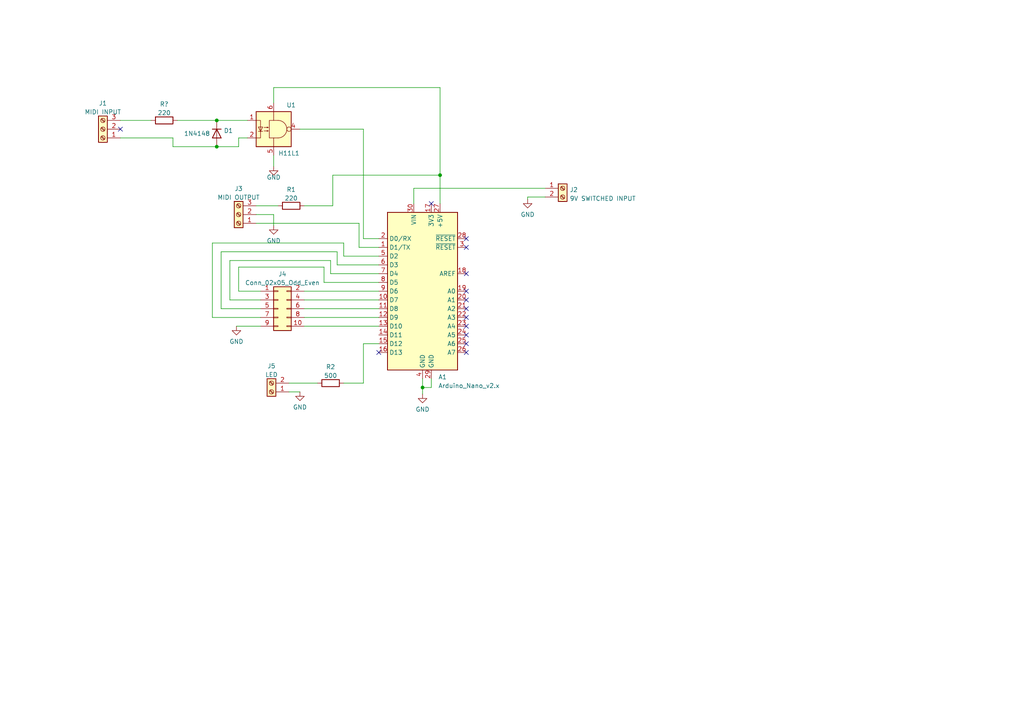
<source format=kicad_sch>
(kicad_sch (version 20211123) (generator eeschema)
  (paper "A4")
  (lib_symbols
    (symbol "Connector:Screw_Terminal_01x02" (pin_names (offset 1.016) hide)
      (property "Reference" "J" (at 0 2.54 0))
      (property "Value" "Screw_Terminal_01x02" (at 0 -5.08 0))
      (symbol "Screw_Terminal_01x02_1_1"
        (rectangle (start -1.27 1.27) (end 1.27 -3.81) (stroke (width 0.254)) (fill (type background)))
        (circle (center 0 -2.54) (radius 0.635) (stroke (width 0.1524)))
        (polyline (pts (xy -0.5334 -2.2098) (xy 0.3302 -3.048)) (stroke (width 0.1524)))
        (polyline (pts (xy -0.5334 0.3302) (xy 0.3302 -0.508)) (stroke (width 0.1524)))
        (polyline (pts (xy -0.3556 -2.032) (xy 0.508 -2.8702)) (stroke (width 0.1524)))
        (polyline (pts (xy -0.3556 0.508) (xy 0.508 -0.3302)) (stroke (width 0.1524)))
        (circle (center 0 0) (radius 0.635) (stroke (width 0.1524)))
        (pin passive line (at -5.08 0 0) (length 3.81) (name "Pin_1") (number "1"))
        (pin passive line (at -5.08 -2.54 0) (length 3.81) (name "Pin_2") (number "2"))
      )
    )
    (symbol "Connector:Screw_Terminal_01x03" (pin_names (offset 1.016) hide)
      (property "Reference" "J" (at 0 5.08 0))
      (property "Value" "Screw_Terminal_01x03" (at 0 -5.08 0))
      (symbol "Screw_Terminal_01x03_1_1"
        (rectangle (start -1.27 3.81) (end 1.27 -3.81) (stroke (width 0.254)) (fill (type background)))
        (circle (center 0 -2.54) (radius 0.635) (stroke (width 0.1524)))
        (polyline (pts (xy -0.5334 -2.2098) (xy 0.3302 -3.048)) (stroke (width 0.1524)))
        (polyline (pts (xy -0.5334 0.3302) (xy 0.3302 -0.508)) (stroke (width 0.1524)))
        (polyline (pts (xy -0.5334 2.8702) (xy 0.3302 2.032)) (stroke (width 0.1524)))
        (polyline (pts (xy -0.3556 -2.032) (xy 0.508 -2.8702)) (stroke (width 0.1524)))
        (polyline (pts (xy -0.3556 0.508) (xy 0.508 -0.3302)) (stroke (width 0.1524)))
        (polyline (pts (xy -0.3556 3.048) (xy 0.508 2.2098)) (stroke (width 0.1524)))
        (circle (center 0 0) (radius 0.635) (stroke (width 0.1524)))
        (circle (center 0 2.54) (radius 0.635) (stroke (width 0.1524)))
        (pin passive line (at -5.08 2.54 0) (length 3.81) (name "Pin_1") (number "1"))
        (pin passive line (at -5.08 0 0) (length 3.81) (name "Pin_2") (number "2"))
        (pin passive line (at -5.08 -2.54 0) (length 3.81) (name "Pin_3") (number "3"))
      )
    )
    (symbol "Connector_Generic:Conn_02x05_Odd_Even" (pin_names (offset 1.016) hide)
      (property "Reference" "J" (at 1.27 7.62 0))
      (property "Value" "Conn_02x05_Odd_Even" (at 1.27 -7.62 0))
      (symbol "Conn_02x05_Odd_Even_1_1"
        (rectangle (start -1.27 -4.953) (end 0 -5.207) (stroke (width 0.1524)))
        (rectangle (start -1.27 -2.413) (end 0 -2.667) (stroke (width 0.1524)))
        (rectangle (start -1.27 0.127) (end 0 -0.127) (stroke (width 0.1524)))
        (rectangle (start -1.27 2.667) (end 0 2.413) (stroke (width 0.1524)))
        (rectangle (start -1.27 5.207) (end 0 4.953) (stroke (width 0.1524)))
        (rectangle (start -1.27 6.35) (end 3.81 -6.35) (stroke (width 0.254)) (fill (type background)))
        (rectangle (start 3.81 -4.953) (end 2.54 -5.207) (stroke (width 0.1524)))
        (rectangle (start 3.81 -2.413) (end 2.54 -2.667) (stroke (width 0.1524)))
        (rectangle (start 3.81 0.127) (end 2.54 -0.127) (stroke (width 0.1524)))
        (rectangle (start 3.81 2.667) (end 2.54 2.413) (stroke (width 0.1524)))
        (rectangle (start 3.81 5.207) (end 2.54 4.953) (stroke (width 0.1524)))
        (pin passive line (at -5.08 5.08 0) (length 3.81) (name "Pin_1") (number "1"))
        (pin passive line (at 7.62 -5.08 180) (length 3.81) (name "Pin_10") (number "10"))
        (pin passive line (at 7.62 5.08 180) (length 3.81) (name "Pin_2") (number "2"))
        (pin passive line (at -5.08 2.54 0) (length 3.81) (name "Pin_3") (number "3"))
        (pin passive line (at 7.62 2.54 180) (length 3.81) (name "Pin_4") (number "4"))
        (pin passive line (at -5.08 0 0) (length 3.81) (name "Pin_5") (number "5"))
        (pin passive line (at 7.62 0 180) (length 3.81) (name "Pin_6") (number "6"))
        (pin passive line (at -5.08 -2.54 0) (length 3.81) (name "Pin_7") (number "7"))
        (pin passive line (at 7.62 -2.54 180) (length 3.81) (name "Pin_8") (number "8"))
        (pin passive line (at -5.08 -5.08 0) (length 3.81) (name "Pin_9") (number "9"))
      )
    )
    (symbol "Device:R" (pin_numbers hide) (pin_names (offset 0))
      (property "Reference" "R" (at 2.032 0 90))
      (property "Value" "R" (at 0 0 90))
      (symbol "R_0_1"
        (rectangle (start -1.016 -2.54) (end 1.016 2.54) (stroke (width 0.254)))
      )
      (symbol "R_1_1"
        (pin passive line (at 0 3.81 270) (length 1.27) (name "~") (number "1"))
        (pin passive line (at 0 -3.81 90) (length 1.27) (name "~") (number "2"))
      )
    )
    (symbol "Diode:1N4148" (pin_numbers hide) (pin_names (offset 1.016) hide)
      (property "Reference" "D" (at 0 2.54 0))
      (property "Value" "1N4148" (at 0 -2.54 0))
      (symbol "1N4148_0_1"
        (polyline (pts (xy -1.27 1.27) (xy -1.27 -1.27)) (stroke (width 0.254)))
        (polyline (pts (xy 1.27 0) (xy -1.27 0)))
        (polyline (pts (xy 1.27 1.27) (xy 1.27 -1.27) (xy -1.27 0) (xy 1.27 1.27)) (stroke (width 0.254)))
      )
      (symbol "1N4148_1_1"
        (pin passive line (at -3.81 0 0) (length 2.54) (name "K") (number "1"))
        (pin passive line (at 3.81 0 180) (length 2.54) (name "A") (number "2"))
      )
    )
    (symbol "Isolator:H11L1" (pin_names (offset 1.016))
      (property "Reference" "U" (at 1.27 8.89 0))
      (property "Value" "H11L1" (at 1.27 6.35 0))
      (symbol "H11L1_0_1"
        (rectangle (start -5.08 5.08) (end 5.08 -5.08) (stroke (width 0.254)) (fill (type background)))
        (polyline (pts (xy -4.445 -0.635) (xy -3.175 -0.635)))
        (polyline (pts (xy 0 2.54) (xy 0 5.08)))
        (polyline (pts (xy 0 -2.54) (xy 0 -5.08) (xy 0 -3.81)))
        (polyline (pts (xy -5.08 -2.54) (xy -3.81 -2.54) (xy -3.81 2.54) (xy -5.08 2.54)))
        (polyline (pts (xy -3.81 -0.635) (xy -4.445 0.635) (xy -3.175 0.635) (xy -3.81 -0.635)))
        (polyline (pts (xy 1.27 -2.54) (xy -1.27 -2.54) (xy -1.27 2.54) (xy 1.27 2.54)))
        (polyline (pts (xy -2.794 -0.508) (xy -1.524 -0.508) (xy -1.905 -0.635) (xy -1.905 -0.381) (xy -1.524 -0.508)))
        (polyline (pts (xy -2.794 0.508) (xy -1.524 0.508) (xy -1.905 0.381) (xy -1.905 0.635) (xy -1.524 0.508)))
        (arc (start 1.27 -2.54) (mid 3.81 0) (end 1.27 2.54))
      )
      (symbol "H11L1_1_1"
        (pin passive line (at -7.62 2.54 0) (length 2.54) (name "~") (number "1"))
        (pin passive line (at -7.62 -2.54 0) (length 2.54) (name "~") (number "2"))
        (pin no_connect line (at -5.08 0 0) (length 2.54) hide (name "~") (number "3"))
        (pin output inverted (at 7.62 0 180) (length 3.81) (name "~") (number "4"))
        (pin power_in line (at 0 -7.62 90) (length 2.54) (name "~") (number "5"))
        (pin power_in line (at 0 7.62 270) (length 2.54) (name "~") (number "6"))
      )
    )
    (symbol "MCU_Module:Arduino_Nano_v2.x"
      (property "Reference" "A" (at -10.16 23.495 0))
      (property "Value" "Arduino_Nano_v2.x" (at 5.08 -24.13 0))
      (symbol "Arduino_Nano_v2.x_0_1"
        (rectangle (start -10.16 22.86) (end 10.16 -22.86) (stroke (width 0.254)) (fill (type background)))
      )
      (symbol "Arduino_Nano_v2.x_1_1"
        (pin bidirectional line (at -12.7 12.7 0) (length 2.54) (name "D1/TX") (number "1"))
        (pin bidirectional line (at -12.7 -2.54 0) (length 2.54) (name "D7") (number "10"))
        (pin bidirectional line (at -12.7 -5.08 0) (length 2.54) (name "D8") (number "11"))
        (pin bidirectional line (at -12.7 -7.62 0) (length 2.54) (name "D9") (number "12"))
        (pin bidirectional line (at -12.7 -10.16 0) (length 2.54) (name "D10") (number "13"))
        (pin bidirectional line (at -12.7 -12.7 0) (length 2.54) (name "D11") (number "14"))
        (pin bidirectional line (at -12.7 -15.24 0) (length 2.54) (name "D12") (number "15"))
        (pin bidirectional line (at -12.7 -17.78 0) (length 2.54) (name "D13") (number "16"))
        (pin power_out line (at 2.54 25.4 270) (length 2.54) (name "3V3") (number "17"))
        (pin input line (at 12.7 5.08 180) (length 2.54) (name "AREF") (number "18"))
        (pin bidirectional line (at 12.7 0 180) (length 2.54) (name "A0") (number "19"))
        (pin bidirectional line (at -12.7 15.24 0) (length 2.54) (name "D0/RX") (number "2"))
        (pin bidirectional line (at 12.7 -2.54 180) (length 2.54) (name "A1") (number "20"))
        (pin bidirectional line (at 12.7 -5.08 180) (length 2.54) (name "A2") (number "21"))
        (pin bidirectional line (at 12.7 -7.62 180) (length 2.54) (name "A3") (number "22"))
        (pin bidirectional line (at 12.7 -10.16 180) (length 2.54) (name "A4") (number "23"))
        (pin bidirectional line (at 12.7 -12.7 180) (length 2.54) (name "A5") (number "24"))
        (pin bidirectional line (at 12.7 -15.24 180) (length 2.54) (name "A6") (number "25"))
        (pin bidirectional line (at 12.7 -17.78 180) (length 2.54) (name "A7") (number "26"))
        (pin power_out line (at 5.08 25.4 270) (length 2.54) (name "+5V") (number "27"))
        (pin input line (at 12.7 15.24 180) (length 2.54) (name "~{RESET}") (number "28"))
        (pin power_in line (at 2.54 -25.4 90) (length 2.54) (name "GND") (number "29"))
        (pin input line (at 12.7 12.7 180) (length 2.54) (name "~{RESET}") (number "3"))
        (pin power_in line (at -2.54 25.4 270) (length 2.54) (name "VIN") (number "30"))
        (pin power_in line (at 0 -25.4 90) (length 2.54) (name "GND") (number "4"))
        (pin bidirectional line (at -12.7 10.16 0) (length 2.54) (name "D2") (number "5"))
        (pin bidirectional line (at -12.7 7.62 0) (length 2.54) (name "D3") (number "6"))
        (pin bidirectional line (at -12.7 5.08 0) (length 2.54) (name "D4") (number "7"))
        (pin bidirectional line (at -12.7 2.54 0) (length 2.54) (name "D5") (number "8"))
        (pin bidirectional line (at -12.7 0 0) (length 2.54) (name "D6") (number "9"))
      )
    )
    (symbol "power:GND" (power) (pin_names (offset 0))
      (property "Value" "GND" (at 0 -3.81 0))
      (symbol "GND_0_1"
        (polyline (pts (xy 0 0) (xy 0 -1.27) (xy 1.27 -1.27) (xy 0 -2.54) (xy -1.27 -1.27) (xy 0 -1.27)))
      )
      (symbol "GND_1_1"
        (pin power_in line (at 0 0 270) (length 0) hide (name "GND") (number "1"))
      )
    )
  )
  (junction (at 62.865 42.545))
  (junction (at 127.635 50.8))
  (junction (at 122.555 112.395))
  (junction (at 62.865 34.925))
  (no_connect (at 34.925 37.465))
  (no_connect (at 135.255 99.695))
  (no_connect (at 135.255 102.235))
  (no_connect (at 135.255 69.215))
  (no_connect (at 135.255 71.755))
  (no_connect (at 135.255 79.375))
  (no_connect (at 135.255 84.455))
  (no_connect (at 135.255 97.155))
  (no_connect (at 135.255 94.615))
  (no_connect (at 135.255 92.075))
  (no_connect (at 135.255 89.535))
  (no_connect (at 135.255 86.995))
  (no_connect (at 125.095 59.055))
  (no_connect (at 109.855 102.235))
  (wire (pts (xy 64.135 73.025) (xy 64.135 89.535)))
  (wire (pts (xy 120.015 54.61) (xy 120.015 59.055)))
  (wire (pts (xy 109.855 74.295) (xy 99.695 74.295)))
  (wire (pts (xy 99.695 111.125) (xy 105.41 111.125)))
  (wire (pts (xy 83.82 111.125) (xy 92.075 111.125)))
  (wire (pts (xy 66.675 75.565) (xy 66.675 86.995)))
  (wire (pts (xy 109.855 81.915) (xy 93.98 81.915)))
  (wire (pts (xy 93.98 81.915) (xy 93.98 77.47)))
  (wire (pts (xy 105.41 37.465) (xy 105.41 69.215)))
  (wire (pts (xy 127.635 25.4) (xy 79.375 25.4)))
  (wire (pts (xy 61.595 92.075) (xy 75.565 92.075)))
  (wire (pts (xy 120.015 54.61) (xy 158.115 54.61)))
  (wire (pts (xy 86.995 37.465) (xy 105.41 37.465)))
  (wire (pts (xy 127.635 25.4) (xy 127.635 50.8)))
  (wire (pts (xy 69.215 42.545) (xy 62.865 42.545)))
  (wire (pts (xy 122.555 112.395) (xy 122.555 114.3)))
  (wire (pts (xy 88.265 86.995) (xy 109.855 86.995)))
  (wire (pts (xy 61.595 70.485) (xy 61.595 92.075)))
  (wire (pts (xy 62.865 34.925) (xy 71.755 34.925)))
  (wire (pts (xy 79.375 62.23) (xy 79.375 65.405)))
  (wire (pts (xy 64.135 89.535) (xy 75.565 89.535)))
  (wire (pts (xy 74.295 62.23) (xy 79.375 62.23)))
  (wire (pts (xy 105.41 99.695) (xy 109.855 99.695)))
  (wire (pts (xy 88.265 92.075) (xy 109.855 92.075)))
  (wire (pts (xy 66.675 86.995) (xy 75.565 86.995)))
  (wire (pts (xy 88.265 59.69) (xy 96.52 59.69)))
  (wire (pts (xy 83.82 113.665) (xy 86.995 113.665)))
  (wire (pts (xy 34.925 40.005) (xy 50.165 40.005)))
  (wire (pts (xy 125.095 109.855) (xy 125.095 112.395)))
  (wire (pts (xy 96.52 50.8) (xy 127.635 50.8)))
  (wire (pts (xy 34.925 34.925) (xy 43.815 34.925)))
  (wire (pts (xy 109.855 79.375) (xy 95.885 79.375)))
  (wire (pts (xy 50.165 42.545) (xy 62.865 42.545)))
  (wire (pts (xy 69.215 77.47) (xy 69.215 84.455)))
  (wire (pts (xy 74.295 64.77) (xy 104.14 64.77)))
  (wire (pts (xy 105.41 69.215) (xy 109.855 69.215)))
  (wire (pts (xy 97.79 73.025) (xy 64.135 73.025)))
  (wire (pts (xy 95.885 75.565) (xy 66.675 75.565)))
  (wire (pts (xy 153.035 57.15) (xy 153.035 57.785)))
  (wire (pts (xy 88.265 89.535) (xy 109.855 89.535)))
  (wire (pts (xy 96.52 59.69) (xy 96.52 50.8)))
  (wire (pts (xy 97.79 76.835) (xy 97.79 73.025)))
  (wire (pts (xy 127.635 50.8) (xy 127.635 59.055)))
  (wire (pts (xy 69.215 40.005) (xy 69.215 42.545)))
  (wire (pts (xy 95.885 79.375) (xy 95.885 75.565)))
  (wire (pts (xy 125.095 112.395) (xy 122.555 112.395)))
  (wire (pts (xy 79.375 25.4) (xy 79.375 29.845)))
  (wire (pts (xy 71.755 40.005) (xy 69.215 40.005)))
  (wire (pts (xy 88.265 84.455) (xy 109.855 84.455)))
  (wire (pts (xy 122.555 109.855) (xy 122.555 112.395)))
  (wire (pts (xy 99.695 70.485) (xy 61.595 70.485)))
  (wire (pts (xy 88.265 94.615) (xy 109.855 94.615)))
  (wire (pts (xy 93.98 77.47) (xy 69.215 77.47)))
  (wire (pts (xy 68.58 94.615) (xy 75.565 94.615)))
  (wire (pts (xy 74.295 59.69) (xy 80.645 59.69)))
  (wire (pts (xy 79.375 45.085) (xy 79.375 48.26)))
  (wire (pts (xy 104.14 64.77) (xy 104.14 71.755)))
  (wire (pts (xy 99.695 74.295) (xy 99.695 70.485)))
  (wire (pts (xy 51.435 34.925) (xy 62.865 34.925)))
  (wire (pts (xy 158.115 57.15) (xy 153.035 57.15)))
  (wire (pts (xy 104.14 71.755) (xy 109.855 71.755)))
  (wire (pts (xy 50.165 40.005) (xy 50.165 42.545)))
  (wire (pts (xy 109.855 76.835) (xy 97.79 76.835)))
  (wire (pts (xy 105.41 111.125) (xy 105.41 99.695)))
  (wire (pts (xy 69.215 84.455) (xy 75.565 84.455)))
  (symbol (lib_id "power:GND") (at 86.995 113.665 0) (unit 1)
    (property "Reference" "#PWR05" (effects hide))
    (property "Value" "GND" (at 86.995 118.1084 0))
  )
  (symbol (lib_id "power:GND") (at 122.555 114.3 0) (unit 1)
    (property "Reference" "#PWR06" (effects hide))
    (property "Value" "GND" (at 122.555 118.7434 0))
  )
  (symbol (lib_id "power:GND") (at 79.375 48.26 0) (unit 1)
    (property "Reference" "#PWR01" (effects hide))
    (property "Value" "GND" (at 79.375 51.435 0))
  )
  (symbol (lib_id "Connector:Screw_Terminal_01x02") (at 163.195 54.61 0) (unit 1)
    (property "Reference" "J2" (at 165.227 55.0453 0) (effects (justify left)))
    (property "Value" "9V SWITCHED INPUT" (at 165.227 57.5822 0) (effects (justify left)))
    (property "Footprint" "Connector_Wire:SolderWire-0.5sqmm_1x02_P4.6mm_D0.9mm_OD2.1mm" (effects hide))
  )
  (symbol (lib_id "Isolator:H11L1") (at 79.375 37.465 0) (unit 1)
    (property "Reference" "U1" (at 84.455 30.48 0))
    (property "Value" "H11L1" (at 83.82 44.45 0))
    (property "Footprint" "Package_DIP:DIP-6_W7.62mm_LongPads" (effects hide))
    (property "Datasheet" "https://www.onsemi.com/pub/Collateral/H11L3M-D.PDF" (effects hide))
  )
  (symbol (lib_id "power:GND") (at 68.58 94.615 0) (unit 1)
    (property "Reference" "#PWR04" (effects hide))
    (property "Value" "GND" (at 68.58 99.0584 0))
  )
  (symbol (lib_id "Connector_Generic:Conn_02x05_Odd_Even") (at 80.645 89.535 0) (unit 1)
    (property "Reference" "J4" (at 81.915 79.4852 0))
    (property "Value" "Conn_02x05_Odd_Even" (at 81.915 82.0221 0))
    (property "Footprint" "Connector_PinHeader_2.54mm:PinHeader_2x05_P2.54mm_Vertical" (effects hide))
  )
  (symbol (lib_id "Device:R") (at 47.625 34.925 90) (unit 1)
    (property "Reference" "R?" (at 47.625 30.2092 90))
    (property "Value" "220" (at 47.625 32.7461 90))
  )
  (symbol (lib_id "MCU_Module:Arduino_Nano_v2.x") (at 122.555 84.455 0) (unit 1)
    (property "Reference" "A1" (at 127.1144 109.3454 0) (effects (justify left)))
    (property "Value" "Arduino_Nano_v2.x" (at 127.1144 111.8823 0) (effects (justify left)))
    (property "Footprint" "Module:Arduino_Nano" (effects hide))
    (property "Datasheet" "https://www.arduino.cc/en/uploads/Main/ArduinoNanoManual23.pdf" (effects hide))
  )
  (symbol (lib_id "Connector:Screw_Terminal_01x03") (at 69.215 62.23 180) (unit 1)
    (property "Reference" "J3" (at 69.215 54.7202 0))
    (property "Value" "MIDI OUTPUT" (at 69.215 57.2571 0))
    (property "Footprint" "Connector_Wire:SolderWire-0.5sqmm_1x03_P4.8mm_D0.9mm_OD2.3mm" (effects hide))
  )
  (symbol (lib_id "Connector:Screw_Terminal_01x03") (at 29.845 37.465 180) (unit 1)
    (property "Reference" "J1" (at 29.845 29.9552 0))
    (property "Value" "MIDI INPUT" (at 29.845 32.4921 0))
    (property "Footprint" "Connector_Wire:SolderWire-0.5sqmm_1x03_P4.8mm_D0.9mm_OD2.3mm" (effects hide))
  )
  (symbol (lib_id "Device:R") (at 95.885 111.125 90) (unit 1)
    (property "Reference" "R2" (at 95.885 106.4092 90))
    (property "Value" "500" (at 95.885 108.9461 90))
    (property "Footprint" "Resistor_THT:R_Axial_DIN0411_L9.9mm_D3.6mm_P15.24mm_Horizontal" (effects hide))
  )
  (symbol (lib_id "Device:R") (at 84.455 59.69 90) (unit 1)
    (property "Reference" "R1" (at 84.455 54.9742 90))
    (property "Value" "220" (at 84.455 57.5111 90))
    (property "Footprint" "Resistor_THT:R_Axial_DIN0411_L9.9mm_D3.6mm_P15.24mm_Horizontal" (effects hide))
  )
  (symbol (lib_id "Diode:1N4148") (at 62.865 38.735 270) (unit 1)
    (property "Reference" "D1" (at 64.897 37.9003 90) (effects (justify left)))
    (property "Value" "1N4148" (at 53.34 38.735 90) (effects (justify left)))
    (property "Footprint" "Diode_THT:D_DO-35_SOD27_P7.62mm_Horizontal" (effects hide))
    (property "Datasheet" "https://assets.nexperia.com/documents/data-sheet/1N4148_1N4448.pdf" (effects hide))
  )
  (symbol (lib_id "power:GND") (at 79.375 65.405 0) (unit 1)
    (property "Reference" "#PWR03" (effects hide))
    (property "Value" "GND" (at 79.375 69.8484 0))
  )
  (symbol (lib_id "power:GND") (at 153.035 57.785 0) (unit 1)
    (property "Reference" "#PWR02" (effects hide))
    (property "Value" "GND" (at 153.035 62.2284 0))
  )
  (symbol (lib_id "Connector:Screw_Terminal_01x02") (at 78.74 113.665 180) (unit 1)
    (property "Reference" "J5" (at 78.74 106.1552 0))
    (property "Value" "LED" (at 78.74 108.6921 0))
    (property "Footprint" "Connector_Wire:SolderWire-0.5sqmm_1x02_P4.6mm_D0.9mm_OD2.1mm" (effects hide))
  )
)
</source>
